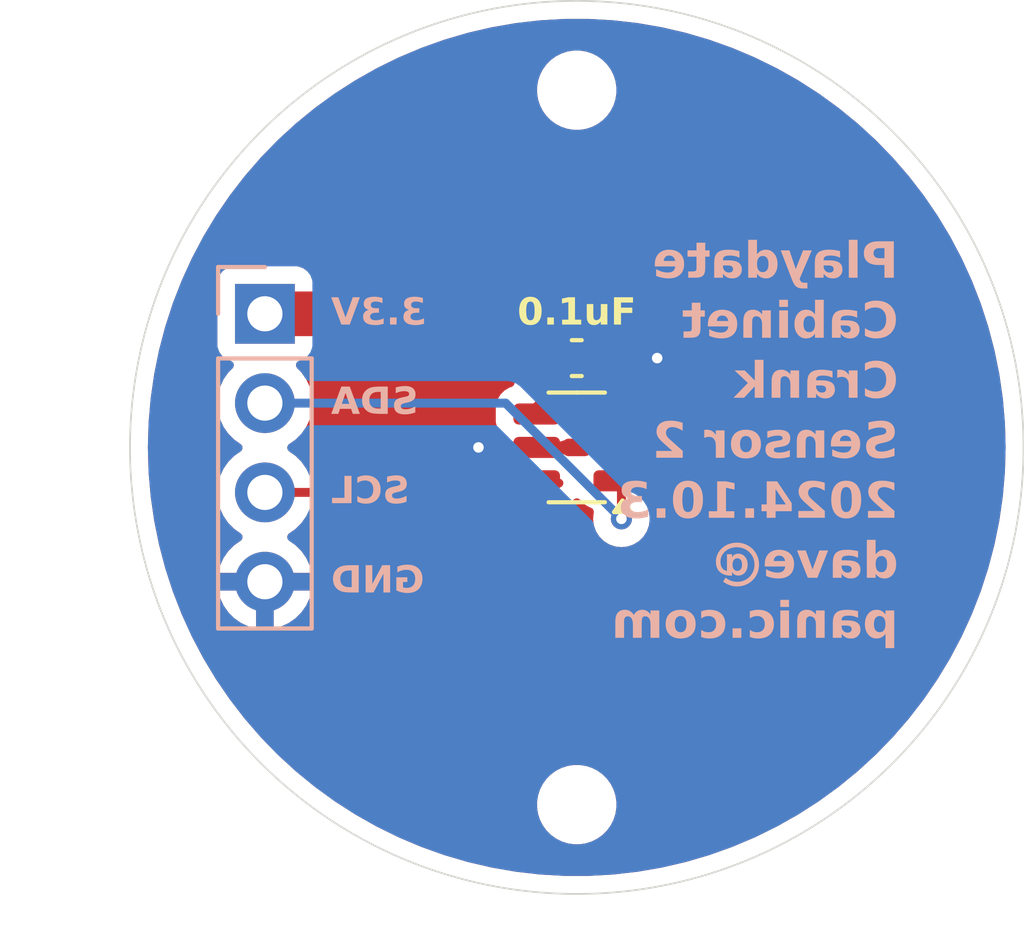
<source format=kicad_pcb>
(kicad_pcb (version 20240108) (generator "pcbnew") (generator_version "8.0")
  (layers (0 "F.Cu" signal) (31 "B.Cu" signal) (34 "B.Paste" user) (35 "F.Paste" user) (36 "B.SilkS" user "B.Silkscreen") (37 "F.SilkS" user "F.Silkscreen") (38 "B.Mask" user) (39 "F.Mask" user) (44 "Edge.Cuts" user))
  (net 0 "")
  (net 1 "GND")
  (net 2 "+3.3V")
  (net 3 "Net-(J3-Pin_3)")
  (net 4 "Net-(J3-Pin_2)")
  (footprint "MountingHole:MountingHole_2mm" (layer "F.Cu") (at 63.5 40.64)
    (property "Reference" "H1" (hide yes))
    (property "Value" "MountingHole")
    (pad "" np_thru_hole circle (at 0 0) (size 2 2) (drill 2) (layers "*.Cu" "*.Mask"))
  )
  (footprint "Package_TO_SOT_SMD:SOT-23-6" (layer "F.Cu") (at 63.5 50.8 180)
    (property "Reference" "U1" (hide yes))
    (property "Value" "TLV493D")
    (fp_line (start 0 1.56) (end 0.8 1.56) (stroke (width 0.12)) (layer "F.SilkS"))
    (fp_line (start 0 1.56) (end -0.8 1.56) (stroke (width 0.12)) (layer "F.SilkS"))
    (fp_line (start 0 -1.56) (end 0.8 -1.56) (stroke (width 0.12)) (layer "F.SilkS"))
    (fp_line (start 0 -1.56) (end -0.8 -1.56) (stroke (width 0.12)) (layer "F.SilkS"))
    (fp_poly (pts (xy -1.3 -1.51) (xy -1.54 -1.84) (xy -1.06 -1.84) (xy -1.3 -1.51)) (stroke (width 0.12)) (fill solid) (layer "F.SilkS"))
    (pad "1" smd roundrect (at -1.1375 -0.95 180) (size 1.325 0.6) (layers "F.Cu" "F.Paste" "F.Mask") (net 4 "Net-(J3-Pin_2)"))
    (pad "2" smd roundrect (at -1.1375 0 180) (size 1.325 0.6) (layers "F.Cu" "F.Paste" "F.Mask") (net 1 "GND"))
    (pad "3" smd roundrect (at -1.1375 0.95 180) (size 1.325 0.6) (layers "F.Cu" "F.Paste" "F.Mask") (net 1 "GND"))
    (pad "4" smd roundrect (at 1.1375 0.95 180) (size 1.325 0.6) (layers "F.Cu" "F.Paste" "F.Mask") (net 2 "+3.3V"))
    (pad "5" smd roundrect (at 1.1375 0 180) (size 1.325 0.6) (layers "F.Cu" "F.Paste" "F.Mask") (net 1 "GND"))
    (pad "6" smd roundrect (at 1.1375 -0.95 180) (size 1.325 0.6) (layers "F.Cu" "F.Paste" "F.Mask") (net 3 "Net-(J3-Pin_3)"))
  )
  (footprint "Capacitor_SMD:C_0603_1608Metric" (layer "F.Cu") (at 63.5 48.26)
    (property "Reference" "C1" (hide yes))
    (property "Value" "0.1uF" (at 0 -1.27 0) (layer "F.SilkS") (effects (font (size 0.762 0.762))))
    (fp_line (start -0.14058 -0.51) (end 0.14058 -0.51) (stroke (width 0.12)) (layer "F.SilkS"))
    (fp_line (start -0.14058 0.51) (end 0.14058 0.51) (stroke (width 0.12)) (layer "F.SilkS"))
    (pad "1" smd roundrect (at -0.775 0) (size 0.9 0.95) (layers "F.Cu" "F.Paste" "F.Mask") (net 2 "+3.3V"))
    (pad "2" smd roundrect (at 0.775 0) (size 0.9 0.95) (layers "F.Cu" "F.Paste" "F.Mask") (net 1 "GND"))
  )
  (footprint "MountingHole:MountingHole_2mm" (layer "F.Cu") (at 63.5 60.96)
    (property "Reference" "H2" (hide yes))
    (property "Value" "MountingHole")
    (pad "" np_thru_hole circle (at 0 0) (size 2 2) (drill 2) (layers "*.Cu" "*.Mask"))
  )
  (footprint "Connector_PinSocket_2.54mm:PinSocket_1x04_P2.54mm_Vertical" (layer "B.Cu") (at 54.635 47 180)
    (property "Reference" "J3" (hide yes))
    (property "Value" "Conn_01x04_Socket")
    (fp_line (start 1.33 1.33) (end 0 1.33) (stroke (width 0.12)) (layer "B.SilkS"))
    (fp_line (start 1.33 0) (end 1.33 1.33) (stroke (width 0.12)) (layer "B.SilkS"))
    (fp_line (start 1.33 -1.27) (end -1.33 -1.27) (stroke (width 0.12)) (layer "B.SilkS"))
    (fp_line (start 1.33 -8.95) (end 1.33 -1.27) (stroke (width 0.12)) (layer "B.SilkS"))
    (fp_line (start 1.33 -8.95) (end -1.33 -8.95) (stroke (width 0.12)) (layer "B.SilkS"))
    (fp_line (start -1.33 -8.95) (end -1.33 -1.27) (stroke (width 0.12)) (layer "B.SilkS"))
    (pad "1" thru_hole rect (at 0 0 180) (size 1.7 1.7) (drill 1) (layers "*.Cu" "*.Mask") (net 2 "+3.3V"))
    (pad "2" thru_hole oval (at 0 -2.54 180) (size 1.7 1.7) (drill 1) (layers "*.Cu" "*.Mask") (net 4 "Net-(J3-Pin_2)"))
    (pad "3" thru_hole oval (at 0 -5.08 180) (size 1.7 1.7) (drill 1) (layers "*.Cu" "*.Mask") (net 3 "Net-(J3-Pin_3)"))
    (pad "4" thru_hole oval (at 0 -7.62 180) (size 1.7 1.7) (drill 1) (layers "*.Cu" "*.Mask") (net 1 "GND"))
  )
  (gr_circle (center 63.5 50.8) (end 76.2 50.8) (stroke (width 0.05)) (fill none) (layer "Edge.Cuts"))
  (gr_text "GND" (at 56.515 54.61 0) (layer "B.SilkS") (effects (font (size 0.762 0.762) (thickness 0.1)) (justify right mirror)))
  (gr_text "SDA" (at 56.515 49.53 0) (layer "B.SilkS") (effects (font (size 0.762 0.762) (thickness 0.1)) (justify right mirror)))
  (gr_text "SCL" (at 56.515 52.07 0) (layer "B.SilkS") (effects (font (size 0.762 0.762) (thickness 0.1)) (justify right mirror)))
  (gr_text "3.3V" (at 56.515 46.99 0) (layer "B.SilkS") (effects (font (size 0.762 0.762) (thickness 0.1)) (justify right mirror)))
  (gr_text "Playdate\nCabinet\nCrank\nSensor 2\n2024.10.3\ndave@\npanic.com\n" (at 72.644 56.388 0) (layer "B.SilkS") (effects (font (size 1.016 1.016) (thickness 0.1)) (justify left bottom mirror)))
  (segment (start 64.6375 49.85) (end 64.6375 50.7437) (width 0.635) (layer "F.Cu") (net 1))
  (segment (start 64.275 48.26) (end 64.275 49.543) (width 0.635) (layer "F.Cu") (net 1))
  (segment (start 64.6375 50.7437) (end 64.6684 50.7746) (width 0.2) (layer "F.Cu") (net 1))
  (segment (start 64.275 49.543) (end 64.516 49.784) (width 0.635) (layer "F.Cu") (net 1))
  (segment (start 64.6375 48.6355) (end 64.262 48.26) (width 0.2) (layer "F.Cu") (net 1))
  (via (at 65.786 48.26) (size 0.6) (drill 0.3) (layers "F.Cu" "B.Cu") (net 1))
  (via (at 60.706 50.8) (size 0.6) (drill 0.3) (layers "F.Cu" "B.Cu") (net 1))
  (segment (start 54.635 47) (end 61.478 47) (width 1.27) (layer "F.Cu") (net 2))
  (segment (start 62.357 49.911) (end 62.484 49.784) (width 0.254) (layer "F.Cu") (net 2))
  (segment (start 62.6364 48.26) (end 62.3625 48.5339) (width 0.254) (layer "F.Cu") (net 2))
  (segment (start 62.725 48.26) (end 62.725 49.543) (width 0.635) (layer "F.Cu") (net 2))
  (segment (start 62.3625 48.5339) (end 62.6618 48.2346) (width 0.2) (layer "F.Cu") (net 2))
  (segment (start 62.725 48.26) (end 62.6364 48.26) (width 0.254) (layer "F.Cu") (net 2))
  (segment (start 62.725 49.543) (end 62.484 49.784) (width 0.635) (layer "F.Cu") (net 2))
  (segment (start 62.3625 49.6625) (end 62.484 49.784) (width 0.254) (layer "F.Cu") (net 2))
  (segment (start 62.6618 48.2346) (end 62.6618 48.2092) (width 0.2) (layer "F.Cu") (net 2))
  (segment (start 61.478 47) (end 62.484 48.006) (width 1.27) (layer "F.Cu") (net 2))
  (segment (start 62.3625 51.75) (end 62.7482 51.75) (width 0.2) (layer "F.Cu") (net 3))
  (segment (start 61.966 52.08) (end 62.23 51.816) (width 0.254) (layer "F.Cu") (net 3))
  (segment (start 54.635 52.08) (end 61.966 52.08) (width 0.254) (layer "F.Cu") (net 3))
  (segment (start 62.992 51.816) (end 62.484 51.816) (width 0.254) (layer "F.Cu") (net 3))
  (segment (start 64.77 52.832) (end 64.77 51.816) (width 0.254) (layer "F.Cu") (net 4))
  (via (at 64.77 52.832) (size 0.6) (drill 0.3) (layers "F.Cu" "B.Cu") (net 4))
  (segment (start 61.478 49.54) (end 64.77 52.832) (width 0.254) (layer "B.Cu") (net 4))
  (segment (start 54.635 49.54) (end 61.478 49.54) (width 0.254) (layer "B.Cu") (net 4))
  (zone (net 1) (net_name "GND") (layers "F&B.Cu") (connect_pads (clearance 0.5)) (min_thickness 0.25) (fill yes (thermal_gap 0.5) (thermal_bridge_width 0.5))
    (polygon (pts (xy 50.8 38.1) (xy 76.2 38.1) (xy 76.2 63.5) (xy 50.8 63.5)))
  )
)
</source>
